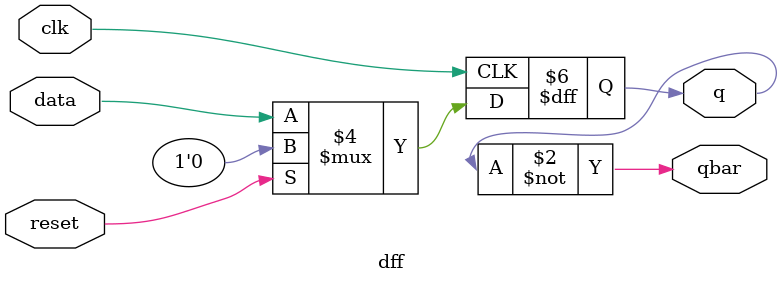
<source format=v>
`timescale 1ns / 1ps

module tff_using_dff( input t, reset, clk, output  q, output qbar);
    wire tmp;
    assign tmp = t ^ q;

    dff dut (.data(tmp), .reset(reset), .clk(clk), .q(q), .qbar(qbar));


endmodule

module dff (input data, reset, clk, output reg q, output qbar);

    always@(posedge clk)
    begin
        if(reset)
            q <= 0;
        else
            q <= data;
    end

    assign qbar = ~q;
endmodule

</source>
